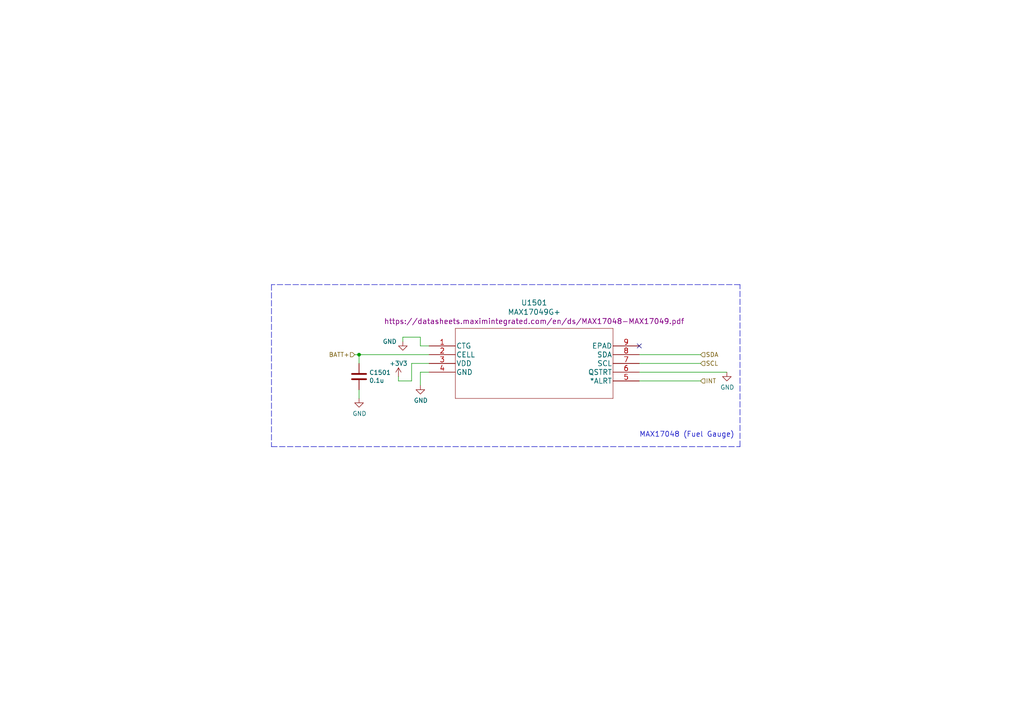
<source format=kicad_sch>
(kicad_sch (version 20211123) (generator eeschema)
  (paper "A4")
  (lib_symbols
    (symbol "Device:C" (pin_numbers hide) (pin_names (offset 0.254))
      (property "Reference" "C" (at 0.635 2.54 0))
      (property "Value" "C" (at 0.635 -2.54 0))
      (symbol "C_0_1"
        (polyline (pts (xy -2.032 -0.762) (xy 2.032 -0.762)) (stroke (width 0.508)))
        (polyline (pts (xy -2.032 0.762) (xy 2.032 0.762)) (stroke (width 0.508)))
      )
      (symbol "C_1_1"
        (pin passive line (at 0 3.81 270) (length 2.794) (name "~") (number "1"))
        (pin passive line (at 0 -3.81 90) (length 2.794) (name "~") (number "2"))
      )
    )
    (symbol "power:+3.3V" (power) (pin_names (offset 0))
      (property "Value" "+3.3V" (at 0 3.556 0))
      (symbol "+3.3V_0_1"
        (polyline (pts (xy -0.762 1.27) (xy 0 2.54)))
        (polyline (pts (xy 0 0) (xy 0 2.54)))
        (polyline (pts (xy 0 2.54) (xy 0.762 1.27)))
      )
      (symbol "+3.3V_1_1"
        (pin power_in line (at 0 0 90) (length 0) hide (name "+3V3") (number "1"))
      )
    )
    (symbol "power:GND" (power) (pin_names (offset 0))
      (property "Value" "GND" (at 0 -3.81 0))
      (symbol "GND_0_1"
        (polyline (pts (xy 0 0) (xy 0 -1.27) (xy 1.27 -1.27) (xy 0 -2.54) (xy -1.27 -1.27) (xy 0 -1.27)))
      )
      (symbol "GND_1_1"
        (pin power_in line (at 0 0 270) (length 0) hide (name "GND") (number "1"))
      )
    )
    (symbol "star-common-lib:MAX17048G+" (pin_names (offset 0.254))
      (property "Reference" "U" (at 30.48 10.16 0))
      (property "Value" "MAX17048G+" (at 30.48 7.62 0))
      (property "Datasheet" "https://datasheets.maximintegrated.com/en/ds/MAX17048-MAX17049.pdf" (at 0 0 0))
      (symbol "MAX17048G+_1_1"
        (polyline (pts (xy 7.62 -15.24) (xy 53.34 -15.24)) (stroke (width 0.127)))
        (polyline (pts (xy 7.62 5.08) (xy 7.62 -15.24)) (stroke (width 0.127)))
        (polyline (pts (xy 53.34 -15.24) (xy 53.34 5.08)) (stroke (width 0.127)))
        (polyline (pts (xy 53.34 5.08) (xy 7.62 5.08)) (stroke (width 0.127)))
        (pin power_in line (at 0 0 0) (length 7.62) (name "CTG") (number "1"))
        (pin power_in line (at 0 -2.54 0) (length 7.62) (name "CELL") (number "2"))
        (pin power_in line (at 0 -5.08 0) (length 7.62) (name "VDD") (number "3"))
        (pin power_in line (at 0 -7.62 0) (length 7.62) (name "GND") (number "4"))
        (pin output line (at 60.96 -10.16 180) (length 7.62) (name "*ALRT") (number "5"))
        (pin input line (at 60.96 -7.62 180) (length 7.62) (name "QSTRT") (number "6"))
        (pin input line (at 60.96 -5.08 180) (length 7.62) (name "SCL") (number "7"))
        (pin bidirectional line (at 60.96 -2.54 180) (length 7.62) (name "SDA") (number "8"))
        (pin unspecified line (at 60.96 0 180) (length 7.62) (name "EPAD") (number "9"))
      )
    )
  )
  (junction (at 104.14 102.87))
  (no_connect (at 185.42 100.33))
  (wire (pts (xy 102.87 102.87) (xy 104.14 102.87)))
  (polyline (pts (xy 78.74 129.54) (xy 214.63 129.54)))
  (wire (pts (xy 104.14 113.03) (xy 104.14 115.57)))
  (wire (pts (xy 121.92 107.95) (xy 124.46 107.95)))
  (polyline (pts (xy 78.74 82.55) (xy 78.74 129.54)))
  (wire (pts (xy 185.42 102.87) (xy 203.2 102.87)))
  (wire (pts (xy 185.42 110.49) (xy 203.2 110.49)))
  (wire (pts (xy 203.2 105.41) (xy 185.42 105.41)))
  (wire (pts (xy 121.92 97.79) (xy 121.92 100.33)))
  (wire (pts (xy 115.57 109.22) (xy 115.57 110.49)))
  (wire (pts (xy 210.82 107.95) (xy 185.42 107.95)))
  (wire (pts (xy 104.14 102.87) (xy 104.14 105.41)))
  (wire (pts (xy 104.14 102.87) (xy 124.46 102.87)))
  (wire (pts (xy 119.38 110.49) (xy 119.38 105.41)))
  (wire (pts (xy 115.57 110.49) (xy 119.38 110.49)))
  (wire (pts (xy 116.84 99.06) (xy 116.84 97.79)))
  (wire (pts (xy 116.84 97.79) (xy 121.92 97.79)))
  (wire (pts (xy 119.38 105.41) (xy 124.46 105.41)))
  (wire (pts (xy 121.92 100.33) (xy 124.46 100.33)))
  (polyline (pts (xy 214.63 129.54) (xy 214.63 82.55)))
  (wire (pts (xy 121.92 111.76) (xy 121.92 107.95)))
  (polyline (pts (xy 214.63 82.55) (xy 78.74 82.55)))
  (text "MAX17048 (Fuel Gauge)" (at 185.42 127 0) (effects (font (size 1.4986 1.4986)) (justify left bottom)))
  (hierarchical_label "BATT+" (shape input) (at 102.87 102.87 180))
  (hierarchical_label "INT" (shape input) (at 203.2 110.49 0))
  (hierarchical_label "SCL" (shape input) (at 203.2 105.41 0))
  (hierarchical_label "SDA" (shape input) (at 203.2 102.87 0))
  (symbol (lib_id "Device:C") (at 104.14 109.22 0) (unit 1)
    (property "Reference" "C1501" (at 107.061 108.0516 0) (effects (justify left)))
    (property "Value" "0.1u" (at 107.061 110.363 0) (effects (justify left)))
    (property "Footprint" "Capacitor_SMD:C_0603_1608Metric" (effects hide))
    (property "DIGIKEY" "399-1100-1-ND" (effects hide))
    (property "MANF" "C0603C104Z3VACTU" (effects hide))
  )
  (symbol (lib_id "power:GND") (at 104.14 115.57 0) (unit 1)
    (property "Reference" "#PWR01501" (effects hide))
    (property "Value" "GND" (at 104.267 119.9642 0))
  )
  (symbol (lib_id "power:GND") (at 121.92 111.76 0) (unit 1)
    (property "Reference" "#PWR01504" (effects hide))
    (property "Value" "GND" (at 122.047 116.1542 0))
  )
  (symbol (lib_id "power:GND") (at 210.82 107.95 0) (unit 1)
    (property "Reference" "#PWR01505" (effects hide))
    (property "Value" "GND" (at 210.947 112.3442 0))
  )
  (symbol (lib_id "star-common-lib:MAX17048G+") (at 124.46 100.33 0) (unit 1)
    (property "Reference" "U1501" (at 154.94 87.8078 0) (effects (font (size 1.524 1.524))))
    (property "Value" "MAX17049G+" (at 154.94 90.5002 0) (effects (font (size 1.524 1.524))))
    (property "Footprint" "Package_DFN_QFN:TDFN-8-1EP_2x2mm_P0.5mm_EP0.8x1.2mm" (effects hide))
    (property "Datasheet" "https://datasheets.maximintegrated.com/en/ds/MAX17048-MAX17049.pdf" (at 154.94 93.1926 0) (effects (font (size 1.524 1.524))))
    (property "DIGIKEY" "MAX17049G+-ND" (effects hide))
    (property "MANF" "MAX17049G+" (effects hide))
  )
  (symbol (lib_id "power:+3.3V") (at 115.57 109.22 0) (unit 1)
    (property "Reference" "#PWR01502" (effects hide))
    (property "Value" "+3.3V" (at 115.57 105.41 0))
  )
  (symbol (lib_id "power:GND") (at 116.84 99.06 0) (unit 1)
    (property "Reference" "#PWR01503" (effects hide))
    (property "Value" "GND" (at 113.03 99.06 0))
  )
)
</source>
